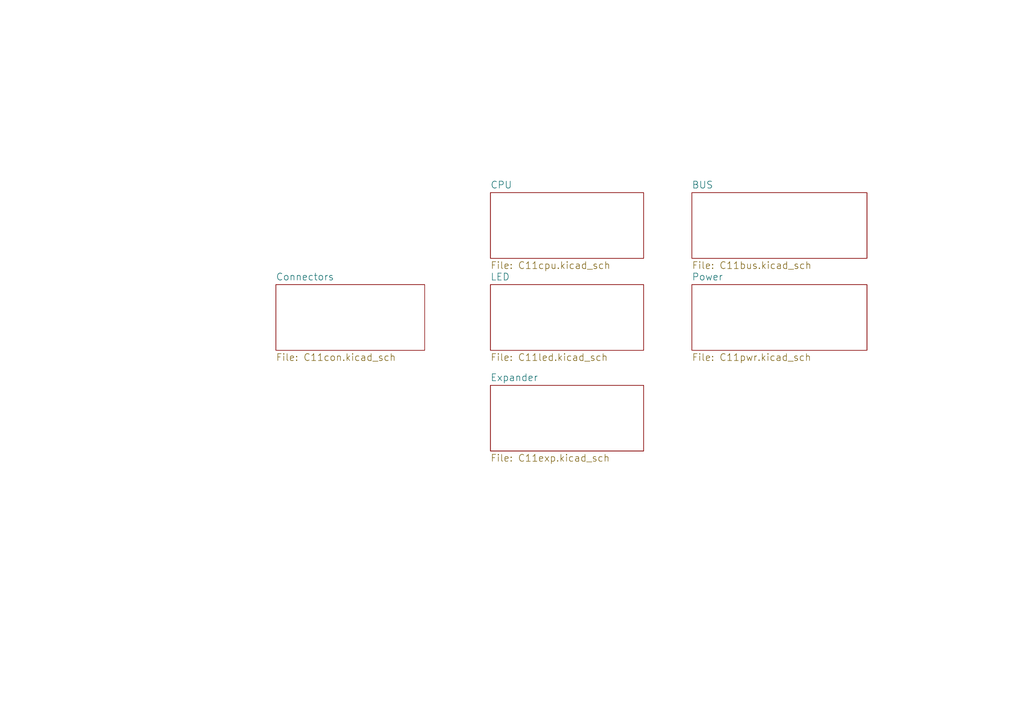
<source format=kicad_sch>
(kicad_sch
	(version 20250114)
	(generator "eeschema")
	(generator_version "9.0")
	(uuid "94a51510-61da-478f-8a9a-9b95a41c0ffd")
	(paper "A4")
	(title_block
		(title "RTB C11 Module")
		(date "2023-10-22")
		(rev "4")
		(company "Frank Schumacher")
		(comment 1 "Powerboard")
	)
	(lib_symbols)
	(sheet
		(at 142.24 55.88)
		(size 44.45 19.05)
		(exclude_from_sim no)
		(in_bom yes)
		(on_board yes)
		(dnp no)
		(fields_autoplaced yes)
		(stroke
			(width 0)
			(type solid)
		)
		(fill
			(color 0 0 0 0.0000)
		)
		(uuid "00000000-0000-0000-0000-00005b6c6b9d")
		(property "Sheetname" "CPU"
			(at 142.24 54.8001 0)
			(effects
				(font
					(size 2.0066 2.0066)
				)
				(justify left bottom)
			)
		)
		(property "Sheetfile" "C11cpu.kicad_sch"
			(at 142.24 75.8092 0)
			(effects
				(font
					(size 2.0066 2.0066)
				)
				(justify left top)
			)
		)
		(instances
			(project "C11"
				(path "/94a51510-61da-478f-8a9a-9b95a41c0ffd"
					(page "3")
				)
			)
		)
	)
	(sheet
		(at 142.24 82.55)
		(size 44.45 19.05)
		(exclude_from_sim no)
		(in_bom yes)
		(on_board yes)
		(dnp no)
		(fields_autoplaced yes)
		(stroke
			(width 0)
			(type solid)
		)
		(fill
			(color 0 0 0 0.0000)
		)
		(uuid "00000000-0000-0000-0000-00005b6d3404")
		(property "Sheetname" "LED"
			(at 142.24 81.4701 0)
			(effects
				(font
					(size 2.0066 2.0066)
				)
				(justify left bottom)
			)
		)
		(property "Sheetfile" "C11led.kicad_sch"
			(at 142.24 102.4792 0)
			(effects
				(font
					(size 2.0066 2.0066)
				)
				(justify left top)
			)
		)
		(instances
			(project "C11"
				(path "/94a51510-61da-478f-8a9a-9b95a41c0ffd"
					(page "4")
				)
			)
		)
	)
	(sheet
		(at 142.24 111.76)
		(size 44.45 19.05)
		(exclude_from_sim no)
		(in_bom yes)
		(on_board yes)
		(dnp no)
		(fields_autoplaced yes)
		(stroke
			(width 0)
			(type solid)
		)
		(fill
			(color 0 0 0 0.0000)
		)
		(uuid "00000000-0000-0000-0000-00005b6d9789")
		(property "Sheetname" "Expander"
			(at 142.24 110.6801 0)
			(effects
				(font
					(size 2.0066 2.0066)
				)
				(justify left bottom)
			)
		)
		(property "Sheetfile" "C11exp.kicad_sch"
			(at 142.24 131.6892 0)
			(effects
				(font
					(size 2.0066 2.0066)
				)
				(justify left top)
			)
		)
		(instances
			(project "C11"
				(path "/94a51510-61da-478f-8a9a-9b95a41c0ffd"
					(page "5")
				)
			)
		)
	)
	(sheet
		(at 80.01 82.55)
		(size 43.18 19.05)
		(exclude_from_sim no)
		(in_bom yes)
		(on_board yes)
		(dnp no)
		(fields_autoplaced yes)
		(stroke
			(width 0)
			(type solid)
		)
		(fill
			(color 0 0 0 0.0000)
		)
		(uuid "00000000-0000-0000-0000-00005b6e0562")
		(property "Sheetname" "Connectors"
			(at 80.01 81.4701 0)
			(effects
				(font
					(size 2.0066 2.0066)
				)
				(justify left bottom)
			)
		)
		(property "Sheetfile" "C11con.kicad_sch"
			(at 80.01 102.4792 0)
			(effects
				(font
					(size 2.0066 2.0066)
				)
				(justify left top)
			)
		)
		(instances
			(project "C11"
				(path "/94a51510-61da-478f-8a9a-9b95a41c0ffd"
					(page "2")
				)
			)
		)
	)
	(sheet
		(at 200.66 55.88)
		(size 50.8 19.05)
		(exclude_from_sim no)
		(in_bom yes)
		(on_board yes)
		(dnp no)
		(fields_autoplaced yes)
		(stroke
			(width 0)
			(type solid)
		)
		(fill
			(color 0 0 0 0.0000)
		)
		(uuid "00000000-0000-0000-0000-00005bbd98c6")
		(property "Sheetname" "BUS"
			(at 200.66 54.8001 0)
			(effects
				(font
					(size 2.0066 2.0066)
				)
				(justify left bottom)
			)
		)
		(property "Sheetfile" "C11bus.kicad_sch"
			(at 200.66 75.8092 0)
			(effects
				(font
					(size 2.0066 2.0066)
				)
				(justify left top)
			)
		)
		(instances
			(project "C11"
				(path "/94a51510-61da-478f-8a9a-9b95a41c0ffd"
					(page "6")
				)
			)
		)
	)
	(sheet
		(at 200.66 82.55)
		(size 50.8 19.05)
		(exclude_from_sim no)
		(in_bom yes)
		(on_board yes)
		(dnp no)
		(fields_autoplaced yes)
		(stroke
			(width 0)
			(type solid)
		)
		(fill
			(color 0 0 0 0.0000)
		)
		(uuid "00000000-0000-0000-0000-00005ca7768a")
		(property "Sheetname" "Power"
			(at 200.66 81.4701 0)
			(effects
				(font
					(size 2.0066 2.0066)
				)
				(justify left bottom)
			)
		)
		(property "Sheetfile" "C11pwr.kicad_sch"
			(at 200.66 102.4792 0)
			(effects
				(font
					(size 2.0066 2.0066)
				)
				(justify left top)
			)
		)
		(instances
			(project "C11"
				(path "/94a51510-61da-478f-8a9a-9b95a41c0ffd"
					(page "7")
				)
			)
		)
	)
	(sheet_instances
		(path "/"
			(page "1")
		)
	)
	(embedded_fonts no)
)

</source>
